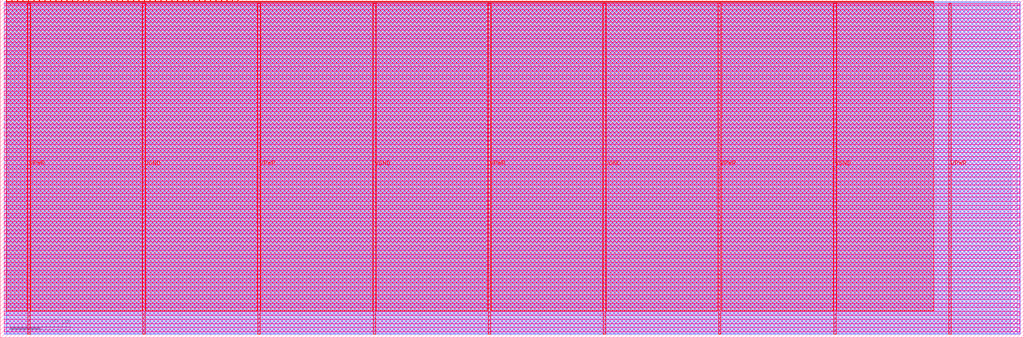
<source format=lef>
VERSION 5.7 ;
  NOWIREEXTENSIONATPIN ON ;
  DIVIDERCHAR "/" ;
  BUSBITCHARS "[]" ;
MACRO tt_um_MNSLab_BLDC
  CLASS BLOCK ;
  FOREIGN tt_um_MNSLab_BLDC ;
  ORIGIN 0.000 0.000 ;
  SIZE 682.640 BY 225.760 ;
  PIN VGND
    DIRECTION INOUT ;
    USE GROUND ;
    PORT
      LAYER met4 ;
        RECT 95.080 2.480 96.680 223.280 ;
    END
    PORT
      LAYER met4 ;
        RECT 248.680 2.480 250.280 223.280 ;
    END
    PORT
      LAYER met4 ;
        RECT 402.280 2.480 403.880 223.280 ;
    END
    PORT
      LAYER met4 ;
        RECT 555.880 2.480 557.480 223.280 ;
    END
  END VGND
  PIN VPWR
    DIRECTION INOUT ;
    USE POWER ;
    PORT
      LAYER met4 ;
        RECT 18.280 2.480 19.880 223.280 ;
    END
    PORT
      LAYER met4 ;
        RECT 171.880 2.480 173.480 223.280 ;
    END
    PORT
      LAYER met4 ;
        RECT 325.480 2.480 327.080 223.280 ;
    END
    PORT
      LAYER met4 ;
        RECT 479.080 2.480 480.680 223.280 ;
    END
    PORT
      LAYER met4 ;
        RECT 632.680 2.480 634.280 223.280 ;
    END
  END VPWR
  PIN clk
    DIRECTION INPUT ;
    USE SIGNAL ;
    ANTENNAGATEAREA 0.852000 ;
    ANTENNADIFFAREA 0.434700 ;
    PORT
      LAYER met4 ;
        RECT 154.870 224.760 155.170 225.760 ;
    END
  END clk
  PIN ena
    DIRECTION INPUT ;
    USE SIGNAL ;
    ANTENNAGATEAREA 0.196500 ;
    PORT
      LAYER met4 ;
        RECT 158.550 224.760 158.850 225.760 ;
    END
  END ena
  PIN rst_n
    DIRECTION INPUT ;
    USE SIGNAL ;
    ANTENNAGATEAREA 0.426000 ;
    PORT
      LAYER met4 ;
        RECT 151.190 224.760 151.490 225.760 ;
    END
  END rst_n
  PIN ui_in[0]
    DIRECTION INPUT ;
    USE SIGNAL ;
    ANTENNAGATEAREA 0.196500 ;
    PORT
      LAYER met4 ;
        RECT 147.510 224.760 147.810 225.760 ;
    END
  END ui_in[0]
  PIN ui_in[1]
    DIRECTION INPUT ;
    USE SIGNAL ;
    ANTENNAGATEAREA 0.196500 ;
    PORT
      LAYER met4 ;
        RECT 143.830 224.760 144.130 225.760 ;
    END
  END ui_in[1]
  PIN ui_in[2]
    DIRECTION INPUT ;
    USE SIGNAL ;
    PORT
      LAYER met4 ;
        RECT 140.150 224.760 140.450 225.760 ;
    END
  END ui_in[2]
  PIN ui_in[3]
    DIRECTION INPUT ;
    USE SIGNAL ;
    PORT
      LAYER met4 ;
        RECT 136.470 224.760 136.770 225.760 ;
    END
  END ui_in[3]
  PIN ui_in[4]
    DIRECTION INPUT ;
    USE SIGNAL ;
    PORT
      LAYER met4 ;
        RECT 132.790 224.760 133.090 225.760 ;
    END
  END ui_in[4]
  PIN ui_in[5]
    DIRECTION INPUT ;
    USE SIGNAL ;
    PORT
      LAYER met4 ;
        RECT 129.110 224.760 129.410 225.760 ;
    END
  END ui_in[5]
  PIN ui_in[6]
    DIRECTION INPUT ;
    USE SIGNAL ;
    PORT
      LAYER met4 ;
        RECT 125.430 224.760 125.730 225.760 ;
    END
  END ui_in[6]
  PIN ui_in[7]
    DIRECTION INPUT ;
    USE SIGNAL ;
    ANTENNAGATEAREA 0.213000 ;
    PORT
      LAYER met4 ;
        RECT 121.750 224.760 122.050 225.760 ;
    END
  END ui_in[7]
  PIN uio_in[0]
    DIRECTION INPUT ;
    USE SIGNAL ;
    ANTENNAGATEAREA 0.196500 ;
    PORT
      LAYER met4 ;
        RECT 118.070 224.760 118.370 225.760 ;
    END
  END uio_in[0]
  PIN uio_in[1]
    DIRECTION INPUT ;
    USE SIGNAL ;
    PORT
      LAYER met4 ;
        RECT 114.390 224.760 114.690 225.760 ;
    END
  END uio_in[1]
  PIN uio_in[2]
    DIRECTION INPUT ;
    USE SIGNAL ;
    PORT
      LAYER met4 ;
        RECT 110.710 224.760 111.010 225.760 ;
    END
  END uio_in[2]
  PIN uio_in[3]
    DIRECTION INPUT ;
    USE SIGNAL ;
    PORT
      LAYER met4 ;
        RECT 107.030 224.760 107.330 225.760 ;
    END
  END uio_in[3]
  PIN uio_in[4]
    DIRECTION INPUT ;
    USE SIGNAL ;
    PORT
      LAYER met4 ;
        RECT 103.350 224.760 103.650 225.760 ;
    END
  END uio_in[4]
  PIN uio_in[5]
    DIRECTION INPUT ;
    USE SIGNAL ;
    PORT
      LAYER met4 ;
        RECT 99.670 224.760 99.970 225.760 ;
    END
  END uio_in[5]
  PIN uio_in[6]
    DIRECTION INPUT ;
    USE SIGNAL ;
    PORT
      LAYER met4 ;
        RECT 95.990 224.760 96.290 225.760 ;
    END
  END uio_in[6]
  PIN uio_in[7]
    DIRECTION INPUT ;
    USE SIGNAL ;
    PORT
      LAYER met4 ;
        RECT 92.310 224.760 92.610 225.760 ;
    END
  END uio_in[7]
  PIN uio_oe[0]
    DIRECTION OUTPUT TRISTATE ;
    USE SIGNAL ;
    ANTENNADIFFAREA 0.795200 ;
    PORT
      LAYER met4 ;
        RECT 29.750 224.760 30.050 225.760 ;
    END
  END uio_oe[0]
  PIN uio_oe[1]
    DIRECTION OUTPUT TRISTATE ;
    USE SIGNAL ;
    PORT
      LAYER met4 ;
        RECT 26.070 224.760 26.370 225.760 ;
    END
  END uio_oe[1]
  PIN uio_oe[2]
    DIRECTION OUTPUT TRISTATE ;
    USE SIGNAL ;
    PORT
      LAYER met4 ;
        RECT 22.390 224.760 22.690 225.760 ;
    END
  END uio_oe[2]
  PIN uio_oe[3]
    DIRECTION OUTPUT TRISTATE ;
    USE SIGNAL ;
    PORT
      LAYER met4 ;
        RECT 18.710 224.760 19.010 225.760 ;
    END
  END uio_oe[3]
  PIN uio_oe[4]
    DIRECTION OUTPUT TRISTATE ;
    USE SIGNAL ;
    PORT
      LAYER met4 ;
        RECT 15.030 224.760 15.330 225.760 ;
    END
  END uio_oe[4]
  PIN uio_oe[5]
    DIRECTION OUTPUT TRISTATE ;
    USE SIGNAL ;
    PORT
      LAYER met4 ;
        RECT 11.350 224.760 11.650 225.760 ;
    END
  END uio_oe[5]
  PIN uio_oe[6]
    DIRECTION OUTPUT TRISTATE ;
    USE SIGNAL ;
    PORT
      LAYER met4 ;
        RECT 7.670 224.760 7.970 225.760 ;
    END
  END uio_oe[6]
  PIN uio_oe[7]
    DIRECTION OUTPUT TRISTATE ;
    USE SIGNAL ;
    PORT
      LAYER met4 ;
        RECT 3.990 224.760 4.290 225.760 ;
    END
  END uio_oe[7]
  PIN uio_out[0]
    DIRECTION OUTPUT TRISTATE ;
    USE SIGNAL ;
    ANTENNADIFFAREA 0.795200 ;
    PORT
      LAYER met4 ;
        RECT 59.190 224.760 59.490 225.760 ;
    END
  END uio_out[0]
  PIN uio_out[1]
    DIRECTION OUTPUT TRISTATE ;
    USE SIGNAL ;
    PORT
      LAYER met4 ;
        RECT 55.510 224.760 55.810 225.760 ;
    END
  END uio_out[1]
  PIN uio_out[2]
    DIRECTION OUTPUT TRISTATE ;
    USE SIGNAL ;
    PORT
      LAYER met4 ;
        RECT 51.830 224.760 52.130 225.760 ;
    END
  END uio_out[2]
  PIN uio_out[3]
    DIRECTION OUTPUT TRISTATE ;
    USE SIGNAL ;
    PORT
      LAYER met4 ;
        RECT 48.150 224.760 48.450 225.760 ;
    END
  END uio_out[3]
  PIN uio_out[4]
    DIRECTION OUTPUT TRISTATE ;
    USE SIGNAL ;
    PORT
      LAYER met4 ;
        RECT 44.470 224.760 44.770 225.760 ;
    END
  END uio_out[4]
  PIN uio_out[5]
    DIRECTION OUTPUT TRISTATE ;
    USE SIGNAL ;
    PORT
      LAYER met4 ;
        RECT 40.790 224.760 41.090 225.760 ;
    END
  END uio_out[5]
  PIN uio_out[6]
    DIRECTION OUTPUT TRISTATE ;
    USE SIGNAL ;
    PORT
      LAYER met4 ;
        RECT 37.110 224.760 37.410 225.760 ;
    END
  END uio_out[6]
  PIN uio_out[7]
    DIRECTION OUTPUT TRISTATE ;
    USE SIGNAL ;
    PORT
      LAYER met4 ;
        RECT 33.430 224.760 33.730 225.760 ;
    END
  END uio_out[7]
  PIN uo_out[0]
    DIRECTION OUTPUT TRISTATE ;
    USE SIGNAL ;
    ANTENNADIFFAREA 0.795200 ;
    PORT
      LAYER met4 ;
        RECT 88.630 224.760 88.930 225.760 ;
    END
  END uo_out[0]
  PIN uo_out[1]
    DIRECTION OUTPUT TRISTATE ;
    USE SIGNAL ;
    ANTENNADIFFAREA 0.795200 ;
    PORT
      LAYER met4 ;
        RECT 84.950 224.760 85.250 225.760 ;
    END
  END uo_out[1]
  PIN uo_out[2]
    DIRECTION OUTPUT TRISTATE ;
    USE SIGNAL ;
    PORT
      LAYER met4 ;
        RECT 81.270 224.760 81.570 225.760 ;
    END
  END uo_out[2]
  PIN uo_out[3]
    DIRECTION OUTPUT TRISTATE ;
    USE SIGNAL ;
    PORT
      LAYER met4 ;
        RECT 77.590 224.760 77.890 225.760 ;
    END
  END uo_out[3]
  PIN uo_out[4]
    DIRECTION OUTPUT TRISTATE ;
    USE SIGNAL ;
    PORT
      LAYER met4 ;
        RECT 73.910 224.760 74.210 225.760 ;
    END
  END uo_out[4]
  PIN uo_out[5]
    DIRECTION OUTPUT TRISTATE ;
    USE SIGNAL ;
    PORT
      LAYER met4 ;
        RECT 70.230 224.760 70.530 225.760 ;
    END
  END uo_out[5]
  PIN uo_out[6]
    DIRECTION OUTPUT TRISTATE ;
    USE SIGNAL ;
    PORT
      LAYER met4 ;
        RECT 66.550 224.760 66.850 225.760 ;
    END
  END uo_out[6]
  PIN uo_out[7]
    DIRECTION OUTPUT TRISTATE ;
    USE SIGNAL ;
    PORT
      LAYER met4 ;
        RECT 62.870 224.760 63.170 225.760 ;
    END
  END uo_out[7]
  OBS
      LAYER nwell ;
        RECT 2.570 221.625 680.070 223.230 ;
        RECT 2.570 216.185 680.070 219.015 ;
        RECT 2.570 210.745 680.070 213.575 ;
        RECT 2.570 205.305 680.070 208.135 ;
        RECT 2.570 199.865 680.070 202.695 ;
        RECT 2.570 194.425 680.070 197.255 ;
        RECT 2.570 188.985 680.070 191.815 ;
        RECT 2.570 183.545 680.070 186.375 ;
        RECT 2.570 178.105 680.070 180.935 ;
        RECT 2.570 172.665 680.070 175.495 ;
        RECT 2.570 167.225 680.070 170.055 ;
        RECT 2.570 161.785 680.070 164.615 ;
        RECT 2.570 156.345 680.070 159.175 ;
        RECT 2.570 150.905 680.070 153.735 ;
        RECT 2.570 145.465 680.070 148.295 ;
        RECT 2.570 140.025 680.070 142.855 ;
        RECT 2.570 134.585 680.070 137.415 ;
        RECT 2.570 129.145 680.070 131.975 ;
        RECT 2.570 123.705 680.070 126.535 ;
        RECT 2.570 118.265 680.070 121.095 ;
        RECT 2.570 112.825 680.070 115.655 ;
        RECT 2.570 107.385 680.070 110.215 ;
        RECT 2.570 101.945 680.070 104.775 ;
        RECT 2.570 96.505 680.070 99.335 ;
        RECT 2.570 91.065 680.070 93.895 ;
        RECT 2.570 85.625 680.070 88.455 ;
        RECT 2.570 80.185 680.070 83.015 ;
        RECT 2.570 74.745 680.070 77.575 ;
        RECT 2.570 69.305 680.070 72.135 ;
        RECT 2.570 63.865 680.070 66.695 ;
        RECT 2.570 58.425 680.070 61.255 ;
        RECT 2.570 52.985 680.070 55.815 ;
        RECT 2.570 47.545 680.070 50.375 ;
        RECT 2.570 42.105 680.070 44.935 ;
        RECT 2.570 36.665 680.070 39.495 ;
        RECT 2.570 31.225 680.070 34.055 ;
        RECT 2.570 25.785 680.070 28.615 ;
        RECT 2.570 20.345 680.070 23.175 ;
        RECT 2.570 14.905 680.070 17.735 ;
        RECT 2.570 9.465 680.070 12.295 ;
        RECT 2.570 4.025 680.070 6.855 ;
      LAYER li1 ;
        RECT 2.760 2.635 679.880 223.125 ;
      LAYER met1 ;
        RECT 2.760 2.480 680.180 224.360 ;
      LAYER met2 ;
        RECT 4.230 2.535 678.400 224.390 ;
      LAYER met3 ;
        RECT 3.950 2.555 673.835 224.225 ;
      LAYER met4 ;
        RECT 4.690 224.360 7.270 224.760 ;
        RECT 8.370 224.360 10.950 224.760 ;
        RECT 12.050 224.360 14.630 224.760 ;
        RECT 15.730 224.360 18.310 224.760 ;
        RECT 19.410 224.360 21.990 224.760 ;
        RECT 23.090 224.360 25.670 224.760 ;
        RECT 26.770 224.360 29.350 224.760 ;
        RECT 30.450 224.360 33.030 224.760 ;
        RECT 34.130 224.360 36.710 224.760 ;
        RECT 37.810 224.360 40.390 224.760 ;
        RECT 41.490 224.360 44.070 224.760 ;
        RECT 45.170 224.360 47.750 224.760 ;
        RECT 48.850 224.360 51.430 224.760 ;
        RECT 52.530 224.360 55.110 224.760 ;
        RECT 56.210 224.360 58.790 224.760 ;
        RECT 59.890 224.360 62.470 224.760 ;
        RECT 63.570 224.360 66.150 224.760 ;
        RECT 67.250 224.360 69.830 224.760 ;
        RECT 70.930 224.360 73.510 224.760 ;
        RECT 74.610 224.360 77.190 224.760 ;
        RECT 78.290 224.360 80.870 224.760 ;
        RECT 81.970 224.360 84.550 224.760 ;
        RECT 85.650 224.360 88.230 224.760 ;
        RECT 89.330 224.360 91.910 224.760 ;
        RECT 93.010 224.360 95.590 224.760 ;
        RECT 96.690 224.360 99.270 224.760 ;
        RECT 100.370 224.360 102.950 224.760 ;
        RECT 104.050 224.360 106.630 224.760 ;
        RECT 107.730 224.360 110.310 224.760 ;
        RECT 111.410 224.360 113.990 224.760 ;
        RECT 115.090 224.360 117.670 224.760 ;
        RECT 118.770 224.360 121.350 224.760 ;
        RECT 122.450 224.360 125.030 224.760 ;
        RECT 126.130 224.360 128.710 224.760 ;
        RECT 129.810 224.360 132.390 224.760 ;
        RECT 133.490 224.360 136.070 224.760 ;
        RECT 137.170 224.360 139.750 224.760 ;
        RECT 140.850 224.360 143.430 224.760 ;
        RECT 144.530 224.360 147.110 224.760 ;
        RECT 148.210 224.360 150.790 224.760 ;
        RECT 151.890 224.360 154.470 224.760 ;
        RECT 155.570 224.360 158.150 224.760 ;
        RECT 159.250 224.360 622.545 224.760 ;
        RECT 3.975 223.680 622.545 224.360 ;
        RECT 3.975 17.855 17.880 223.680 ;
        RECT 20.280 17.855 94.680 223.680 ;
        RECT 97.080 17.855 171.480 223.680 ;
        RECT 173.880 17.855 248.280 223.680 ;
        RECT 250.680 17.855 325.080 223.680 ;
        RECT 327.480 17.855 401.880 223.680 ;
        RECT 404.280 17.855 478.680 223.680 ;
        RECT 481.080 17.855 555.480 223.680 ;
        RECT 557.880 17.855 622.545 223.680 ;
  END
END tt_um_MNSLab_BLDC
END LIBRARY


</source>
